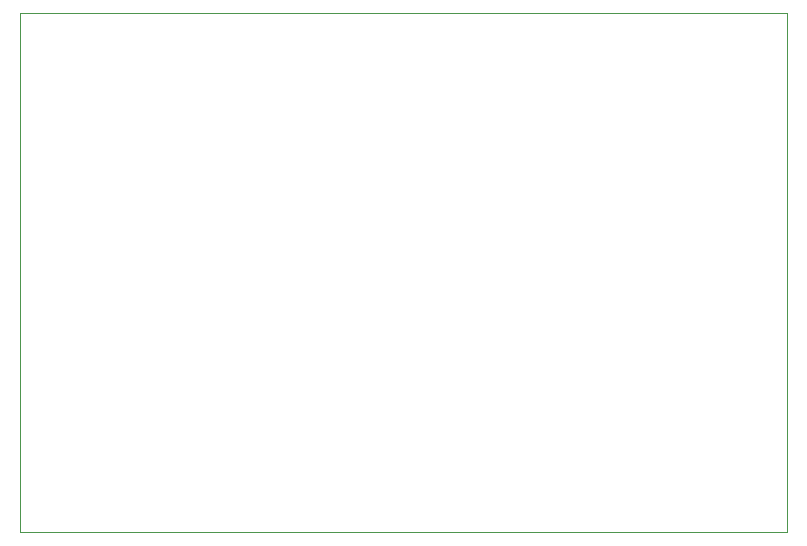
<source format=gm1>
G04 #@! TF.GenerationSoftware,KiCad,Pcbnew,8.0.0*
G04 #@! TF.CreationDate,2024-04-09T13:51:30-05:00*
G04 #@! TF.ProjectId,esp32_example,65737033-325f-4657-9861-6d706c652e6b,rev?*
G04 #@! TF.SameCoordinates,Original*
G04 #@! TF.FileFunction,Profile,NP*
%FSLAX46Y46*%
G04 Gerber Fmt 4.6, Leading zero omitted, Abs format (unit mm)*
G04 Created by KiCad (PCBNEW 8.0.0) date 2024-04-09 13:51:30*
%MOMM*%
%LPD*%
G01*
G04 APERTURE LIST*
G04 #@! TA.AperFunction,Profile*
%ADD10C,0.100000*%
G04 #@! TD*
G04 APERTURE END LIST*
D10*
X163340000Y-37970000D02*
X228320000Y-37970000D01*
X228320000Y-81950000D01*
X163340000Y-81950000D01*
X163340000Y-37970000D01*
M02*

</source>
